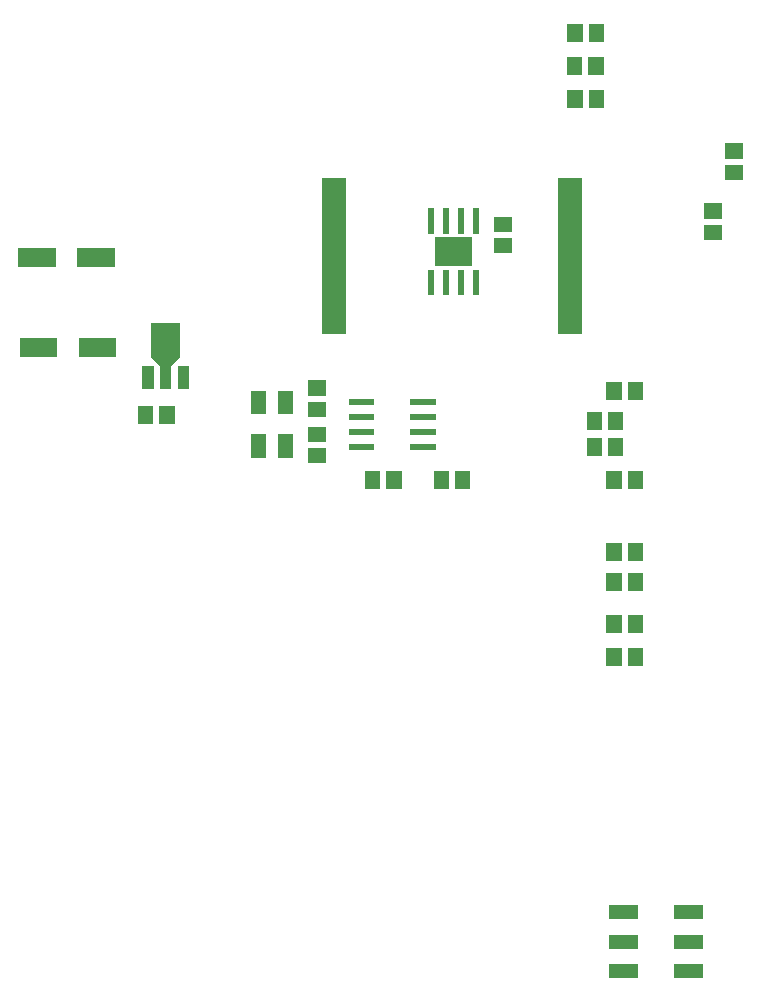
<source format=gbr>
G04 start of page 11 for group -4015 idx -4015 *
G04 Title: (unknown), toppaste *
G04 Creator: pcb 4.0.2 *
G04 CreationDate: Mon Feb 22 18:13:25 2021 UTC *
G04 For: ndholmes *
G04 Format: Gerber/RS-274X *
G04 PCB-Dimensions (mil): 2600.00 3500.00 *
G04 PCB-Coordinate-Origin: lower left *
%MOIN*%
%FSLAX25Y25*%
%LNTOPPASTE*%
%ADD84C,0.0001*%
G54D84*G36*
X58984Y229500D02*X55204D01*
Y221626D01*
X58984D01*
Y229500D01*
G37*
G36*
X64890Y237216D02*X61110D01*
Y221626D01*
X64890D01*
Y237216D01*
G37*
G36*
X67725Y243675D02*X58275D01*
Y232335D01*
X67725D01*
Y243675D01*
G37*
G36*
X59695Y233755D02*X58275Y232335D01*
X61115Y229495D01*
X62535Y230915D01*
X59695Y233755D01*
G37*
G36*
X67725Y232335D02*X66305Y233755D01*
X63465Y230915D01*
X64885Y229495D01*
X67725Y232335D01*
G37*
G36*
X70796Y229500D02*X67016D01*
Y221626D01*
X70796D01*
Y229500D01*
G37*
G36*
X172548Y272016D02*Y266898D01*
X178452D01*
Y272016D01*
X172548D01*
G37*
G36*
Y279102D02*Y273984D01*
X178452D01*
Y279102D01*
X172548D01*
G37*
G36*
X210750Y30050D02*Y25350D01*
X220600D01*
Y30050D01*
X210750D01*
G37*
G36*
Y39850D02*Y35150D01*
X220600D01*
Y39850D01*
X210750D01*
G37*
G36*
Y49650D02*Y44950D01*
X220600D01*
Y49650D01*
X210750D01*
G37*
G36*
X232400Y30050D02*Y25350D01*
X242250D01*
Y30050D01*
X232400D01*
G37*
G36*
Y39850D02*Y35150D01*
X242250D01*
Y39850D01*
X232400D01*
G37*
G36*
Y49650D02*Y44950D01*
X242250D01*
Y49650D01*
X232400D01*
G37*
G36*
X201870Y292000D02*X193870D01*
Y240000D01*
X201870D01*
Y292000D01*
G37*
G36*
X123130D02*X115130D01*
Y240000D01*
X123130D01*
Y292000D01*
G37*
G36*
X13858Y268650D02*Y262350D01*
X26457D01*
Y268650D01*
X13858D01*
G37*
G36*
X33543D02*Y262350D01*
X46142D01*
Y268650D01*
X33543D01*
G37*
G36*
X14358Y238650D02*Y232350D01*
X26957D01*
Y238650D01*
X14358D01*
G37*
G36*
X34043D02*Y232350D01*
X46642D01*
Y238650D01*
X34043D01*
G37*
G36*
X141688Y194452D02*X136570D01*
Y188548D01*
X141688D01*
Y194452D01*
G37*
G36*
X134602D02*X129484D01*
Y188548D01*
X134602D01*
Y194452D01*
G37*
G36*
X110548Y209102D02*Y203984D01*
X116452D01*
Y209102D01*
X110548D01*
G37*
G36*
Y202016D02*Y196898D01*
X116452D01*
Y202016D01*
X110548D01*
G37*
G36*
X201973Y332452D02*X196855D01*
Y326548D01*
X201973D01*
Y332452D01*
G37*
G36*
X209059D02*X203941D01*
Y326548D01*
X209059D01*
Y332452D01*
G37*
G36*
X222102Y194452D02*X216984D01*
Y188548D01*
X222102D01*
Y194452D01*
G37*
G36*
X215016D02*X209898D01*
Y188548D01*
X215016D01*
Y194452D01*
G37*
G36*
Y146452D02*X209898D01*
Y140548D01*
X215016D01*
Y146452D01*
G37*
G36*
X222102D02*X216984D01*
Y140548D01*
X222102D01*
Y146452D01*
G37*
G36*
X242548Y283602D02*Y278484D01*
X248452D01*
Y283602D01*
X242548D01*
G37*
G36*
Y276516D02*Y271398D01*
X248452D01*
Y276516D01*
X242548D01*
G37*
G36*
X215016Y170452D02*X209898D01*
Y164548D01*
X215016D01*
Y170452D01*
G37*
G36*
X222102D02*X216984D01*
Y164548D01*
X222102D01*
Y170452D01*
G37*
G36*
X110548Y217516D02*Y212398D01*
X116452D01*
Y217516D01*
X110548D01*
G37*
G36*
Y224602D02*Y219484D01*
X116452D01*
Y224602D01*
X110548D01*
G37*
G36*
X215602Y213952D02*X210484D01*
Y208048D01*
X215602D01*
Y213952D01*
G37*
G36*
X208516D02*X203398D01*
Y208048D01*
X208516D01*
Y213952D01*
G37*
G36*
X215059Y223952D02*X209941D01*
Y218048D01*
X215059D01*
Y223952D01*
G37*
G36*
X222145D02*X217027D01*
Y218048D01*
X222145D01*
Y223952D01*
G37*
G36*
X124000Y218500D02*Y216500D01*
X132500D01*
Y218500D01*
X124000D01*
G37*
G36*
Y213500D02*Y211500D01*
X132500D01*
Y213500D01*
X124000D01*
G37*
G36*
Y208500D02*Y206500D01*
X132500D01*
Y208500D01*
X124000D01*
G37*
G36*
Y203500D02*Y201500D01*
X132500D01*
Y203500D01*
X124000D01*
G37*
G36*
X144500D02*Y201500D01*
X153000D01*
Y203500D01*
X144500D01*
G37*
G36*
Y208500D02*Y206500D01*
X153000D01*
Y208500D01*
X144500D01*
G37*
G36*
Y213500D02*Y211500D01*
X153000D01*
Y213500D01*
X144500D01*
G37*
G36*
Y218500D02*Y216500D01*
X153000D01*
Y218500D01*
X144500D01*
G37*
G36*
X202016Y343452D02*X196898D01*
Y337548D01*
X202016D01*
Y343452D01*
G37*
G36*
X209102D02*X203984D01*
Y337548D01*
X209102D01*
Y343452D01*
G37*
G36*
X202016Y321452D02*X196898D01*
Y315548D01*
X202016D01*
Y321452D01*
G37*
G36*
X209102D02*X203984D01*
Y315548D01*
X209102D01*
Y321452D01*
G37*
G36*
X152500Y261500D02*X150500D01*
Y253000D01*
X152500D01*
Y261500D01*
G37*
G36*
X157500D02*X155500D01*
Y253000D01*
X157500D01*
Y261500D01*
G37*
G36*
X162500D02*X160500D01*
Y253000D01*
X162500D01*
Y261500D01*
G37*
G36*
X167500D02*X165500D01*
Y253000D01*
X167500D01*
Y261500D01*
G37*
G36*
Y282000D02*X165500D01*
Y273500D01*
X167500D01*
Y282000D01*
G37*
G36*
X162500D02*X160500D01*
Y273500D01*
X162500D01*
Y282000D01*
G37*
G36*
X157500D02*X155500D01*
Y273500D01*
X157500D01*
Y282000D01*
G37*
G36*
X152500D02*X150500D01*
Y273500D01*
X152500D01*
Y282000D01*
G37*
G36*
X154670Y270750D02*Y264250D01*
X163330D01*
Y270750D01*
X154670D01*
G37*
G36*
X152895Y272225D02*Y262775D01*
X165105D01*
Y272225D01*
X152895D01*
G37*
G36*
X157516Y194409D02*X152398D01*
Y188505D01*
X157516D01*
Y194409D01*
G37*
G36*
X164602D02*X159484D01*
Y188505D01*
X164602D01*
Y194409D01*
G37*
G36*
X96531Y221220D02*X91413D01*
Y213347D01*
X96531D01*
Y221220D01*
G37*
G36*
Y206653D02*X91413D01*
Y198780D01*
X96531D01*
Y206653D01*
G37*
G36*
X105587D02*X100469D01*
Y198780D01*
X105587D01*
Y206653D01*
G37*
G36*
Y221220D02*X100469D01*
Y213347D01*
X105587D01*
Y221220D01*
G37*
G36*
X215016Y135452D02*X209898D01*
Y129548D01*
X215016D01*
Y135452D01*
G37*
G36*
X222102D02*X216984D01*
Y129548D01*
X222102D01*
Y135452D01*
G37*
G36*
Y160452D02*X216984D01*
Y154548D01*
X222102D01*
Y160452D01*
G37*
G36*
X215016D02*X209898D01*
Y154548D01*
X215016D01*
Y160452D01*
G37*
G36*
X58973Y215952D02*X53855D01*
Y210048D01*
X58973D01*
Y215952D01*
G37*
G36*
X66059D02*X60941D01*
Y210048D01*
X66059D01*
Y215952D01*
G37*
G36*
X249548Y303602D02*Y298484D01*
X255452D01*
Y303602D01*
X249548D01*
G37*
G36*
Y296516D02*Y291398D01*
X255452D01*
Y296516D01*
X249548D01*
G37*
G36*
X215602Y205452D02*X210484D01*
Y199548D01*
X215602D01*
Y205452D01*
G37*
G36*
X208516D02*X203398D01*
Y199548D01*
X208516D01*
Y205452D01*
G37*
M02*

</source>
